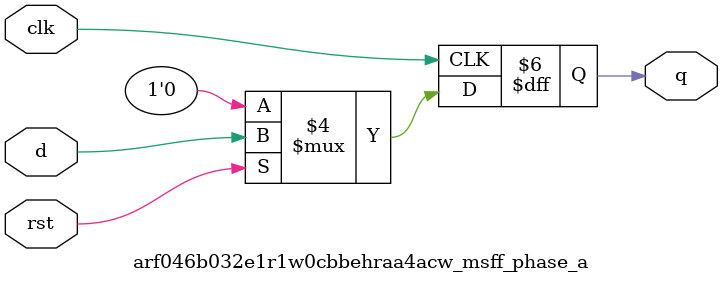
<source format=sv>
`ifndef ARF046B032E1R1W0CBBEHRAA4ACW_MSFF_PHASE_A_SV
`define ARF046B032E1R1W0CBBEHRAA4ACW_MSFF_PHASE_A_SV

module arf046b032e1r1w0cbbehraa4acw_msff_phase_a #
(
  parameter DWIDTH = 1
)
(
  input  logic [DWIDTH-1:0] d,
  input  logic clk,
  input  logic rst,
  output logic [DWIDTH-1:0] q
);

always_ff @ (posedge clk) begin
  if (~rst) begin
    q <= '0;
  end
  else begin
    q <= d;
  end
end

endmodule // arf046b032e1r1w0cbbehraa4acw_msff_phase_a

`endif // ARF046B032E1R1W0CBBEHRAA4ACW_MSFF_PHASE_A_SV
</source>
